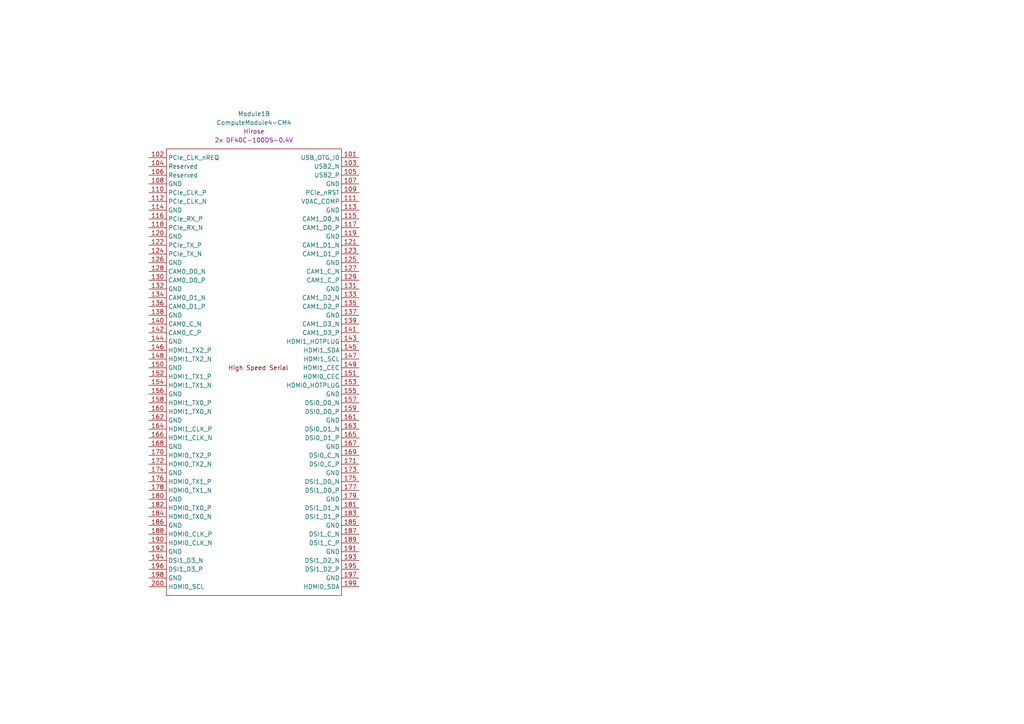
<source format=kicad_sch>
(kicad_sch (version 20201015) (generator eeschema)
  (page 1 3)
  (paper "A4")
  (title_block (title "Raspberry Pi Compute Module 4 Shoe Template") (date "2020-10-31") (rev "v01") (comment 2 "creativecommons.org/licenses/by-sa/4.0") (comment 3 "License: CC BY-SA 4.0") (comment 4 "Author: Shawn Hymel"))
  (lib_symbols
    (symbol "CM4IO:ComputeModule4-CM4"
      (property "Reference" "Module" (at 113.03 -68.58 0))
      (property "Value" "ComputeModule4-CM4" (at 140.97 2.54 0))
      (property "Field4" "Hirose" (at 0 0 0))
      (property "Field5" "2x DF40C-100DS-0.4V" (at 0 -2.54 0))
      (symbol "ComputeModule4-CM4_1_0"
        (text "GPIO" (at 0 6.35 0) (effects (font (size 1.27 1.27))))
      )
      (symbol "ComputeModule4-CM4_1_1"
        (text "600mA Max" (at -8.89 -53.34 0) (effects (font (size 1.27 1.27))))
        (text "600mA Max" (at -8.89 -48.26 0) (effects (font (size 1.27 1.27))))
        (text "NB SD signals are only available" (at -1.27 -27.94 0) (effects (font (size 1.27 1.27))))
        (text "on modules without eMMC" (at -1.27 -30.48 0) (effects (font (size 1.27 1.27))))
        (rectangle (start -30.48 -71.12) (end 25.4 58.42))
        (pin power_in line (at 27.94 55.88 180) (length 2.54) (name "GND") (number "1"))
        (pin passive line (at -33.02 45.72 0) (length 2.54) (name "Ethernet_Pair0_N") (number "10"))
        (pin output line (at -33.02 -68.58 0) (length 2.54) (name "nEXTRST") (number "100"))
        (pin passive line (at 27.94 43.18 180) (length 2.54) (name "Ethernet_Pair2_P") (number "11"))
        (pin passive line (at -33.02 43.18 0) (length 2.54) (name "Ethernet_Pair0_P") (number "12"))
        (pin power_in line (at 27.94 40.64 180) (length 2.54) (name "GND") (number "13"))
        (pin power_in line (at -33.02 40.64 0) (length 2.54) (name "GND") (number "14"))
        (pin output line (at 27.94 38.1 180) (length 2.54) (name "Ethernet_nLED3(3.3v)") (number "15"))
        (pin input line (at -33.02 38.1 0) (length 2.54) (name "Ethernet_SYNC_IN(1.8v)") (number "16"))
        (pin output line (at 27.94 35.56 180) (length 2.54) (name "Ethernet_nLED2(3.3v)") (number "17"))
        (pin input line (at -33.02 35.56 0) (length 2.54) (name "Ethernet_SYNC_OUT(1.8v)") (number "18"))
        (pin output line (at 27.94 33.02 180) (length 2.54) (name "Ethernet_nLED1(3.3v)") (number "19"))
        (pin power_in line (at -33.02 55.88 0) (length 2.54) (name "GND") (number "2"))
        (pin passive line (at -33.02 33.02 0) (length 2.54) (name "EEPROM_nWP") (number "20"))
        (pin open_collector line (at 27.94 30.48 180) (length 2.54) (name "PI_nLED_Activity") (number "21"))
        (pin power_in line (at -33.02 30.48 0) (length 2.54) (name "GND") (number "22"))
        (pin power_in line (at 27.94 27.94 180) (length 2.54) (name "GND") (number "23"))
        (pin passive line (at -33.02 27.94 0) (length 2.54) (name "GPIO26") (number "24"))
        (pin passive line (at 27.94 25.4 180) (length 2.54) (name "GPIO21") (number "25"))
        (pin passive line (at -33.02 25.4 0) (length 2.54) (name "GPIO19") (number "26"))
        (pin passive line (at 27.94 22.86 180) (length 2.54) (name "GPIO20") (number "27"))
        (pin passive line (at -33.02 22.86 0) (length 2.54) (name "GPIO13") (number "28"))
        (pin passive line (at 27.94 20.32 180) (length 2.54) (name "GPIO16") (number "29"))
        (pin passive line (at 27.94 53.34 180) (length 2.54) (name "Ethernet_Pair3_P") (number "3"))
        (pin passive line (at -33.02 20.32 0) (length 2.54) (name "GPIO6") (number "30"))
        (pin passive line (at 27.94 17.78 180) (length 2.54) (name "GPIO12") (number "31"))
        (pin power_in line (at -33.02 17.78 0) (length 2.54) (name "GND") (number "32"))
        (pin power_in line (at 27.94 15.24 180) (length 2.54) (name "GND") (number "33"))
        (pin passive line (at -33.02 15.24 0) (length 2.54) (name "GPIO5") (number "34"))
        (pin passive line (at 27.94 12.7 180) (length 2.54) (name "ID_SC") (number "35"))
        (pin passive line (at -33.02 12.7 0) (length 2.54) (name "ID_SD") (number "36"))
        (pin passive line (at 27.94 10.16 180) (length 2.54) (name "GPIO7") (number "37"))
        (pin passive line (at -33.02 10.16 0) (length 2.54) (name "GPIO11") (number "38"))
        (pin passive line (at 27.94 7.62 180) (length 2.54) (name "GPIO8") (number "39"))
        (pin passive line (at -33.02 53.34 0) (length 2.54) (name "Ethernet_Pair1_P") (number "4"))
        (pin passive line (at -33.02 7.62 0) (length 2.54) (name "GPIO9") (number "40"))
        (pin passive line (at 27.94 5.08 180) (length 2.54) (name "GPIO25") (number "41"))
        (pin power_in line (at -33.02 5.08 0) (length 2.54) (name "GND") (number "42"))
        (pin power_in line (at 27.94 2.54 180) (length 2.54) (name "GND") (number "43"))
        (pin passive line (at -33.02 2.54 0) (length 2.54) (name "GPIO10") (number "44"))
        (pin passive line (at 27.94 0 180) (length 2.54) (name "GPIO24") (number "45"))
        (pin passive line (at -33.02 0 0) (length 2.54) (name "GPIO22") (number "46"))
        (pin passive line (at 27.94 -2.54 180) (length 2.54) (name "GPIO23") (number "47"))
        (pin passive line (at -33.02 -2.54 0) (length 2.54) (name "GPIO27") (number "48"))
        (pin passive line (at 27.94 -5.08 180) (length 2.54) (name "GPIO18") (number "49"))
        (pin passive line (at 27.94 50.8 180) (length 2.54) (name "Ethernet_Pair3_N") (number "5"))
        (pin passive line (at -33.02 -5.08 0) (length 2.54) (name "GPIO17") (number "50"))
        (pin passive line (at 27.94 -7.62 180) (length 2.54) (name "GPIO15") (number "51"))
        (pin power_in line (at -33.02 -7.62 0) (length 2.54) (name "GND") (number "52"))
        (pin power_in line (at 27.94 -10.16 180) (length 2.54) (name "GND") (number "53"))
        (pin passive line (at -33.02 -10.16 0) (length 2.54) (name "GPIO4") (number "54"))
        (pin passive line (at 27.94 -12.7 180) (length 2.54) (name "GPIO14") (number "55"))
        (pin passive line (at -33.02 -12.7 0) (length 2.54) (name "GPIO3") (number "56"))
        (pin passive line (at 27.94 -15.24 180) (length 2.54) (name "SD_CLK") (number "57"))
        (pin passive line (at -33.02 -15.24 0) (length 2.54) (name "GPIO2") (number "58"))
        (pin power_in line (at 27.94 -17.78 180) (length 2.54) (name "GND") (number "59"))
        (pin passive line (at -33.02 50.8 0) (length 2.54) (name "Ethernet_Pair1_N") (number "6"))
        (pin power_in line (at -33.02 -17.78 0) (length 2.54) (name "GND") (number "60"))
        (pin passive line (at 27.94 -20.32 180) (length 2.54) (name "SD_DAT3") (number "61"))
        (pin passive line (at -33.02 -20.32 0) (length 2.54) (name "SD_CMD") (number "62"))
        (pin passive line (at 27.94 -22.86 180) (length 2.54) (name "SD_DAT0") (number "63"))
        (pin passive line (at -33.02 -22.86 0) (length 2.54) (name "SD_DAT5") (number "64"))
        (pin power_in line (at 27.94 -25.4 180) (length 2.54) (name "GND") (number "65"))
        (pin power_in line (at -33.02 -25.4 0) (length 2.54) (name "GND") (number "66"))
        (pin passive line (at 27.94 -27.94 180) (length 2.54) (name "SD_DAT1") (number "67"))
        (pin passive line (at -33.02 -27.94 0) (length 2.54) (name "SD_DAT4") (number "68"))
        (pin passive line (at 27.94 -30.48 180) (length 2.54) (name "SD_DAT2") (number "69"))
        (pin power_in line (at 27.94 48.26 180) (length 2.54) (name "GND") (number "7"))
        (pin passive line (at -33.02 -30.48 0) (length 2.54) (name "SD_DAT7") (number "70"))
        (pin power_in line (at 27.94 -33.02 180) (length 2.54) (name "GND") (number "71"))
        (pin passive line (at -33.02 -33.02 0) (length 2.54) (name "SD_DAT6") (number "72"))
        (pin input line (at 27.94 -35.56 180) (length 2.54) (name "SD_VDD_Override") (number "73"))
        (pin power_in line (at -33.02 -35.56 0) (length 2.54) (name "GND") (number "74"))
        (pin output line (at 27.94 -38.1 180) (length 2.54) (name "SD_PWR_ON") (number "75"))
        (pin passive line (at -33.02 -38.1 0) (length 2.54) (name "Reserved") (number "76"))
        (pin power_in line (at 27.94 -40.64 180) (length 2.54) (name "+5v_(Input)") (number "77"))
        (pin power_in line (at -33.02 -40.64 0) (length 2.54) (name "GPIO_VREF(1.8v/3.3v_Input)") (number "78"))
        (pin power_in line (at 27.94 -43.18 180) (length 2.54) (name "+5v_(Input)") (number "79"))
        (pin power_in line (at -33.02 48.26 0) (length 2.54) (name "GND") (number "8"))
        (pin passive line (at -33.02 -43.18 0) (length 2.54) (name "SCL0") (number "80"))
        (pin power_in line (at 27.94 -45.72 180) (length 2.54) (name "+5v_(Input)") (number "81"))
        (pin passive line (at -33.02 -45.72 0) (length 2.54) (name "SDA0") (number "82"))
        (pin power_in line (at 27.94 -48.26 180) (length 2.54) (name "+5v_(Input)") (number "83"))
        (pin power_out line (at -33.02 -48.26 0) (length 2.54) (name "+3.3v_(Output)") (number "84"))
        (pin power_in line (at 27.94 -50.8 180) (length 2.54) (name "+5v_(Input)") (number "85"))
        (pin power_out line (at -33.02 -50.8 0) (length 2.54) (name "+3.3v_(Output)") (number "86"))
        (pin power_in line (at 27.94 -53.34 180) (length 2.54) (name "+5v_(Input)") (number "87"))
        (pin power_out line (at -33.02 -53.34 0) (length 2.54) (name "+1.8v_(Output)") (number "88"))
        (pin power_in line (at 27.94 -55.88 180) (length 2.54) (name "WiFi_nDisable") (number "89"))
        (pin passive line (at 27.94 45.72 180) (length 2.54) (name "Ethernet_Pair2_N") (number "9"))
        (pin power_out line (at -33.02 -55.88 0) (length 2.54) (name "+1.8v_(Output)") (number "90"))
        (pin power_in line (at 27.94 -58.42 180) (length 2.54) (name "BT_nDisable") (number "91"))
        (pin passive line (at -33.02 -58.42 0) (length 2.54) (name "RUN_PG") (number "92"))
        (pin input line (at 27.94 -60.96 180) (length 2.54) (name "nRPIBOOT") (number "93"))
        (pin passive line (at -33.02 -60.96 0) (length 2.54) (name "AnalogIP0") (number "94"))
        (pin output line (at 27.94 -63.5 180) (length 2.54) (name "nPI_LED_PWR") (number "95"))
        (pin passive line (at -33.02 -63.5 0) (length 2.54) (name "AnalogIP1") (number "96"))
        (pin passive line (at 27.94 -66.04 180) (length 2.54) (name "Camera_GPIO") (number "97"))
        (pin power_in line (at -33.02 -66.04 0) (length 2.54) (name "GND") (number "98"))
        (pin input line (at 27.94 -68.58 180) (length 2.54) (name "Global_EN") (number "99"))
      )
      (symbol "ComputeModule4-CM4_2_1"
        (text "High Speed Serial" (at 140.97 0 0) (effects (font (size 1.27 1.27))))
        (rectangle (start 114.3 -66.04) (end 165.1 63.5))
        (pin input line (at 170.18 60.96 180) (length 5.08) (name "USB_OTG_ID") (number "101"))
        (pin input line (at 109.22 60.96 0) (length 5.08) (name "PCIe_CLK_nREQ") (number "102"))
        (pin passive line (at 170.18 58.42 180) (length 5.08) (name "USB2_N") (number "103"))
        (pin passive line (at 109.22 58.42 0) (length 5.08) (name "Reserved") (number "104"))
        (pin passive line (at 170.18 55.88 180) (length 5.08) (name "USB2_P") (number "105"))
        (pin passive line (at 109.22 55.88 0) (length 5.08) (name "Reserved") (number "106"))
        (pin power_in line (at 170.18 53.34 180) (length 5.08) (name "GND") (number "107"))
        (pin power_in line (at 109.22 53.34 0) (length 5.08) (name "GND") (number "108"))
        (pin bidirectional line (at 170.18 50.8 180) (length 5.08) (name "PCIe_nRST") (number "109"))
        (pin output line (at 109.22 50.8 0) (length 5.08) (name "PCIe_CLK_P") (number "110"))
        (pin passive line (at 170.18 48.26 180) (length 5.08) (name "VDAC_COMP") (number "111"))
        (pin output line (at 109.22 48.26 0) (length 5.08) (name "PCIe_CLK_N") (number "112"))
        (pin power_in line (at 170.18 45.72 180) (length 5.08) (name "GND") (number "113"))
        (pin power_in line (at 109.22 45.72 0) (length 5.08) (name "GND") (number "114"))
        (pin input line (at 170.18 43.18 180) (length 5.08) (name "CAM1_D0_N") (number "115"))
        (pin input line (at 109.22 43.18 0) (length 5.08) (name "PCIe_RX_P") (number "116"))
        (pin input line (at 170.18 40.64 180) (length 5.08) (name "CAM1_D0_P") (number "117"))
        (pin input line (at 109.22 40.64 0) (length 5.08) (name "PCIe_RX_N") (number "118"))
        (pin power_in line (at 170.18 38.1 180) (length 5.08) (name "GND") (number "119"))
        (pin power_in line (at 109.22 38.1 0) (length 5.08) (name "GND") (number "120"))
        (pin input line (at 170.18 35.56 180) (length 5.08) (name "CAM1_D1_N") (number "121"))
        (pin output line (at 109.22 35.56 0) (length 5.08) (name "PCIe_TX_P") (number "122"))
        (pin input line (at 170.18 33.02 180) (length 5.08) (name "CAM1_D1_P") (number "123"))
        (pin output line (at 109.22 33.02 0) (length 5.08) (name "PCIe_TX_N") (number "124"))
        (pin power_in line (at 170.18 30.48 180) (length 5.08) (name "GND") (number "125"))
        (pin power_in line (at 109.22 30.48 0) (length 5.08) (name "GND") (number "126"))
        (pin input line (at 170.18 27.94 180) (length 5.08) (name "CAM1_C_N") (number "127"))
        (pin input line (at 109.22 27.94 0) (length 5.08) (name "CAM0_D0_N") (number "128"))
        (pin input line (at 170.18 25.4 180) (length 5.08) (name "CAM1_C_P") (number "129"))
        (pin input line (at 109.22 25.4 0) (length 5.08) (name "CAM0_D0_P") (number "130"))
        (pin power_in line (at 170.18 22.86 180) (length 5.08) (name "GND") (number "131"))
        (pin power_in line (at 109.22 22.86 0) (length 5.08) (name "GND") (number "132"))
        (pin input line (at 170.18 20.32 180) (length 5.08) (name "CAM1_D2_N") (number "133"))
        (pin input line (at 109.22 20.32 0) (length 5.08) (name "CAM0_D1_N") (number "134"))
        (pin input line (at 170.18 17.78 180) (length 5.08) (name "CAM1_D2_P") (number "135"))
        (pin input line (at 109.22 17.78 0) (length 5.08) (name "CAM0_D1_P") (number "136"))
        (pin power_in line (at 170.18 15.24 180) (length 5.08) (name "GND") (number "137"))
        (pin power_in line (at 109.22 15.24 0) (length 5.08) (name "GND") (number "138"))
        (pin input line (at 170.18 12.7 180) (length 5.08) (name "CAM1_D3_N") (number "139"))
        (pin input line (at 109.22 12.7 0) (length 5.08) (name "CAM0_C_N") (number "140"))
        (pin input line (at 170.18 10.16 180) (length 5.08) (name "CAM1_D3_P") (number "141"))
        (pin input line (at 109.22 10.16 0) (length 5.08) (name "CAM0_C_P") (number "142"))
        (pin input line (at 170.18 7.62 180) (length 5.08) (name "HDMI1_HOTPLUG") (number "143"))
        (pin power_in line (at 109.22 7.62 0) (length 5.08) (name "GND") (number "144"))
        (pin bidirectional line (at 170.18 5.08 180) (length 5.08) (name "HDMI1_SDA") (number "145"))
        (pin output line (at 109.22 5.08 0) (length 5.08) (name "HDMI1_TX2_P") (number "146"))
        (pin open_collector line (at 170.18 2.54 180) (length 5.08) (name "HDMI1_SCL") (number "147"))
        (pin output line (at 109.22 2.54 0) (length 5.08) (name "HDMI1_TX2_N") (number "148"))
        (pin open_collector line (at 170.18 0 180) (length 5.08) (name "HDMI1_CEC") (number "149"))
        (pin power_in line (at 109.22 0 0) (length 5.08) (name "GND") (number "150"))
        (pin open_collector line (at 170.18 -2.54 180) (length 5.08) (name "HDMI0_CEC") (number "151"))
        (pin output line (at 109.22 -2.54 0) (length 5.08) (name "HDMI1_TX1_P") (number "152"))
        (pin input line (at 170.18 -5.08 180) (length 5.08) (name "HDMI0_HOTPLUG") (number "153"))
        (pin output line (at 109.22 -5.08 0) (length 5.08) (name "HDMI1_TX1_N") (number "154"))
        (pin power_in line (at 170.18 -7.62 180) (length 5.08) (name "GND") (number "155"))
        (pin power_in line (at 109.22 -7.62 0) (length 5.08) (name "GND") (number "156"))
        (pin output line (at 170.18 -10.16 180) (length 5.08) (name "DSI0_D0_N") (number "157"))
        (pin output line (at 109.22 -10.16 0) (length 5.08) (name "HDMI1_TX0_P") (number "158"))
        (pin output line (at 170.18 -12.7 180) (length 5.08) (name "DSI0_D0_P") (number "159"))
        (pin output line (at 109.22 -12.7 0) (length 5.08) (name "HDMI1_TX0_N") (number "160"))
        (pin power_in line (at 170.18 -15.24 180) (length 5.08) (name "GND") (number "161"))
        (pin power_in line (at 109.22 -15.24 0) (length 5.08) (name "GND") (number "162"))
        (pin output line (at 170.18 -17.78 180) (length 5.08) (name "DSI0_D1_N") (number "163"))
        (pin output line (at 109.22 -17.78 0) (length 5.08) (name "HDMI1_CLK_P") (number "164"))
        (pin output line (at 170.18 -20.32 180) (length 5.08) (name "DSI0_D1_P") (number "165"))
        (pin output line (at 109.22 -20.32 0) (length 5.08) (name "HDMI1_CLK_N") (number "166"))
        (pin power_in line (at 170.18 -22.86 180) (length 5.08) (name "GND") (number "167"))
        (pin power_in line (at 109.22 -22.86 0) (length 5.08) (name "GND") (number "168"))
        (pin output line (at 170.18 -25.4 180) (length 5.08) (name "DSI0_C_N") (number "169"))
        (pin output line (at 109.22 -25.4 0) (length 5.08) (name "HDMI0_TX2_P") (number "170"))
        (pin output line (at 170.18 -27.94 180) (length 5.08) (name "DSI0_C_P") (number "171"))
        (pin output line (at 109.22 -27.94 0) (length 5.08) (name "HDMI0_TX2_N") (number "172"))
        (pin power_in line (at 170.18 -30.48 180) (length 5.08) (name "GND") (number "173"))
        (pin power_in line (at 109.22 -30.48 0) (length 5.08) (name "GND") (number "174"))
        (pin output line (at 170.18 -33.02 180) (length 5.08) (name "DSI1_D0_N") (number "175"))
        (pin output line (at 109.22 -33.02 0) (length 5.08) (name "HDMI0_TX1_P") (number "176"))
        (pin output line (at 170.18 -35.56 180) (length 5.08) (name "DSI1_D0_P") (number "177"))
        (pin output line (at 109.22 -35.56 0) (length 5.08) (name "HDMI0_TX1_N") (number "178"))
        (pin power_in line (at 170.18 -38.1 180) (length 5.08) (name "GND") (number "179"))
        (pin power_in line (at 109.22 -38.1 0) (length 5.08) (name "GND") (number "180"))
        (pin output line (at 170.18 -40.64 180) (length 5.08) (name "DSI1_D1_N") (number "181"))
        (pin output line (at 109.22 -40.64 0) (length 5.08) (name "HDMI0_TX0_P") (number "182"))
        (pin output line (at 170.18 -43.18 180) (length 5.08) (name "DSI1_D1_P") (number "183"))
        (pin output line (at 109.22 -43.18 0) (length 5.08) (name "HDMI0_TX0_N") (number "184"))
        (pin power_in line (at 170.18 -45.72 180) (length 5.08) (name "GND") (number "185"))
        (pin power_in line (at 109.22 -45.72 0) (length 5.08) (name "GND") (number "186"))
        (pin output line (at 170.18 -48.26 180) (length 5.08) (name "DSI1_C_N") (number "187"))
        (pin output line (at 109.22 -48.26 0) (length 5.08) (name "HDMI0_CLK_P") (number "188"))
        (pin output line (at 170.18 -50.8 180) (length 5.08) (name "DSI1_C_P") (number "189"))
        (pin output line (at 109.22 -50.8 0) (length 5.08) (name "HDMI0_CLK_N") (number "190"))
        (pin power_in line (at 170.18 -53.34 180) (length 5.08) (name "GND") (number "191"))
        (pin power_in line (at 109.22 -53.34 0) (length 5.08) (name "GND") (number "192"))
        (pin output line (at 170.18 -55.88 180) (length 5.08) (name "DSI1_D2_N") (number "193"))
        (pin output line (at 109.22 -55.88 0) (length 5.08) (name "DSI1_D3_N") (number "194"))
        (pin output line (at 170.18 -58.42 180) (length 5.08) (name "DSI1_D2_P") (number "195"))
        (pin output line (at 109.22 -58.42 0) (length 5.08) (name "DSI1_D3_P") (number "196"))
        (pin power_in line (at 170.18 -60.96 180) (length 5.08) (name "GND") (number "197"))
        (pin power_in line (at 109.22 -60.96 0) (length 5.08) (name "GND") (number "198"))
        (pin bidirectional line (at 170.18 -63.5 180) (length 5.08) (name "HDMI0_SDA") (number "199"))
        (pin open_collector line (at 109.22 -63.5 0) (length 5.08) (name "HDMI0_SCL") (number "200"))
      )
    )
  )
  (symbol (lib_id "CM4IO:ComputeModule4-CM4") (at -66.04 106.68 0) (unit 2)
    (property "Reference" "Module1" (at 73.66 33.02 0))
    (property "Value" "ComputeModule4-CM4" (at 73.66 35.56 0))
    (property "Footprint" "CM4IO:Raspberry-Pi-4-Compute-Module" (effects hide))
    (property "Field4" "Hirose" (at 73.66 38.1 0))
    (property "Field5" "2x DF40C-100DS-0.4V" (at 73.66 40.64 0))
    (property "Digi-Key_PN" "2x H11615CT-ND" (effects hide))
    (property "Digi-Key_PN (Alt)" "2x H124602CT-ND" (effects hide))
  )
)
</source>
